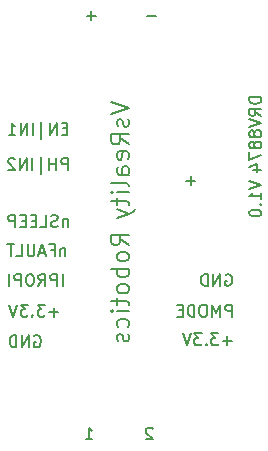
<source format=gbr>
%TF.GenerationSoftware,KiCad,Pcbnew,(7.0.0)*%
%TF.CreationDate,2023-03-21T16:51:35-07:00*%
%TF.ProjectId,DRV8874-breakout-board,44525638-3837-4342-9d62-7265616b6f75,rev?*%
%TF.SameCoordinates,Original*%
%TF.FileFunction,Legend,Bot*%
%TF.FilePolarity,Positive*%
%FSLAX46Y46*%
G04 Gerber Fmt 4.6, Leading zero omitted, Abs format (unit mm)*
G04 Created by KiCad (PCBNEW (7.0.0)) date 2023-03-21 16:51:35*
%MOMM*%
%LPD*%
G01*
G04 APERTURE LIST*
%ADD10C,0.150000*%
%ADD11C,0.180000*%
G04 APERTURE END LIST*
D10*
%TO.C,J102*%
X140009523Y-103667380D02*
X140009523Y-102667380D01*
X140009523Y-102667380D02*
X139628571Y-102667380D01*
X139628571Y-102667380D02*
X139533333Y-102715000D01*
X139533333Y-102715000D02*
X139485714Y-102762619D01*
X139485714Y-102762619D02*
X139438095Y-102857857D01*
X139438095Y-102857857D02*
X139438095Y-103000714D01*
X139438095Y-103000714D02*
X139485714Y-103095952D01*
X139485714Y-103095952D02*
X139533333Y-103143571D01*
X139533333Y-103143571D02*
X139628571Y-103191190D01*
X139628571Y-103191190D02*
X140009523Y-103191190D01*
X139009523Y-103667380D02*
X139009523Y-102667380D01*
X139009523Y-102667380D02*
X138676190Y-103381666D01*
X138676190Y-103381666D02*
X138342857Y-102667380D01*
X138342857Y-102667380D02*
X138342857Y-103667380D01*
X137676190Y-102667380D02*
X137485714Y-102667380D01*
X137485714Y-102667380D02*
X137390476Y-102715000D01*
X137390476Y-102715000D02*
X137295238Y-102810238D01*
X137295238Y-102810238D02*
X137247619Y-103000714D01*
X137247619Y-103000714D02*
X137247619Y-103334047D01*
X137247619Y-103334047D02*
X137295238Y-103524523D01*
X137295238Y-103524523D02*
X137390476Y-103619761D01*
X137390476Y-103619761D02*
X137485714Y-103667380D01*
X137485714Y-103667380D02*
X137676190Y-103667380D01*
X137676190Y-103667380D02*
X137771428Y-103619761D01*
X137771428Y-103619761D02*
X137866666Y-103524523D01*
X137866666Y-103524523D02*
X137914285Y-103334047D01*
X137914285Y-103334047D02*
X137914285Y-103000714D01*
X137914285Y-103000714D02*
X137866666Y-102810238D01*
X137866666Y-102810238D02*
X137771428Y-102715000D01*
X137771428Y-102715000D02*
X137676190Y-102667380D01*
X136819047Y-103667380D02*
X136819047Y-102667380D01*
X136819047Y-102667380D02*
X136580952Y-102667380D01*
X136580952Y-102667380D02*
X136438095Y-102715000D01*
X136438095Y-102715000D02*
X136342857Y-102810238D01*
X136342857Y-102810238D02*
X136295238Y-102905476D01*
X136295238Y-102905476D02*
X136247619Y-103095952D01*
X136247619Y-103095952D02*
X136247619Y-103238809D01*
X136247619Y-103238809D02*
X136295238Y-103429285D01*
X136295238Y-103429285D02*
X136342857Y-103524523D01*
X136342857Y-103524523D02*
X136438095Y-103619761D01*
X136438095Y-103619761D02*
X136580952Y-103667380D01*
X136580952Y-103667380D02*
X136819047Y-103667380D01*
X135819047Y-103143571D02*
X135485714Y-103143571D01*
X135342857Y-103667380D02*
X135819047Y-103667380D01*
X135819047Y-103667380D02*
X135819047Y-102667380D01*
X135819047Y-102667380D02*
X135342857Y-102667380D01*
D11*
X129751071Y-85520000D02*
X131251071Y-86020000D01*
X131251071Y-86020000D02*
X129751071Y-86520000D01*
X131179642Y-86948571D02*
X131251071Y-87091428D01*
X131251071Y-87091428D02*
X131251071Y-87377142D01*
X131251071Y-87377142D02*
X131179642Y-87519999D01*
X131179642Y-87519999D02*
X131036785Y-87591428D01*
X131036785Y-87591428D02*
X130965357Y-87591428D01*
X130965357Y-87591428D02*
X130822500Y-87519999D01*
X130822500Y-87519999D02*
X130751071Y-87377142D01*
X130751071Y-87377142D02*
X130751071Y-87162857D01*
X130751071Y-87162857D02*
X130679642Y-87019999D01*
X130679642Y-87019999D02*
X130536785Y-86948571D01*
X130536785Y-86948571D02*
X130465357Y-86948571D01*
X130465357Y-86948571D02*
X130322500Y-87019999D01*
X130322500Y-87019999D02*
X130251071Y-87162857D01*
X130251071Y-87162857D02*
X130251071Y-87377142D01*
X130251071Y-87377142D02*
X130322500Y-87519999D01*
X131251071Y-89091428D02*
X130536785Y-88591428D01*
X131251071Y-88234285D02*
X129751071Y-88234285D01*
X129751071Y-88234285D02*
X129751071Y-88805714D01*
X129751071Y-88805714D02*
X129822500Y-88948571D01*
X129822500Y-88948571D02*
X129893928Y-89020000D01*
X129893928Y-89020000D02*
X130036785Y-89091428D01*
X130036785Y-89091428D02*
X130251071Y-89091428D01*
X130251071Y-89091428D02*
X130393928Y-89020000D01*
X130393928Y-89020000D02*
X130465357Y-88948571D01*
X130465357Y-88948571D02*
X130536785Y-88805714D01*
X130536785Y-88805714D02*
X130536785Y-88234285D01*
X131179642Y-90305714D02*
X131251071Y-90162857D01*
X131251071Y-90162857D02*
X131251071Y-89877143D01*
X131251071Y-89877143D02*
X131179642Y-89734285D01*
X131179642Y-89734285D02*
X131036785Y-89662857D01*
X131036785Y-89662857D02*
X130465357Y-89662857D01*
X130465357Y-89662857D02*
X130322500Y-89734285D01*
X130322500Y-89734285D02*
X130251071Y-89877143D01*
X130251071Y-89877143D02*
X130251071Y-90162857D01*
X130251071Y-90162857D02*
X130322500Y-90305714D01*
X130322500Y-90305714D02*
X130465357Y-90377143D01*
X130465357Y-90377143D02*
X130608214Y-90377143D01*
X130608214Y-90377143D02*
X130751071Y-89662857D01*
X131251071Y-91662857D02*
X130465357Y-91662857D01*
X130465357Y-91662857D02*
X130322500Y-91591428D01*
X130322500Y-91591428D02*
X130251071Y-91448571D01*
X130251071Y-91448571D02*
X130251071Y-91162857D01*
X130251071Y-91162857D02*
X130322500Y-91019999D01*
X131179642Y-91662857D02*
X131251071Y-91519999D01*
X131251071Y-91519999D02*
X131251071Y-91162857D01*
X131251071Y-91162857D02*
X131179642Y-91019999D01*
X131179642Y-91019999D02*
X131036785Y-90948571D01*
X131036785Y-90948571D02*
X130893928Y-90948571D01*
X130893928Y-90948571D02*
X130751071Y-91019999D01*
X130751071Y-91019999D02*
X130679642Y-91162857D01*
X130679642Y-91162857D02*
X130679642Y-91519999D01*
X130679642Y-91519999D02*
X130608214Y-91662857D01*
X131251071Y-92591428D02*
X131179642Y-92448571D01*
X131179642Y-92448571D02*
X131036785Y-92377142D01*
X131036785Y-92377142D02*
X129751071Y-92377142D01*
X131251071Y-93162856D02*
X130251071Y-93162856D01*
X129751071Y-93162856D02*
X129822500Y-93091428D01*
X129822500Y-93091428D02*
X129893928Y-93162856D01*
X129893928Y-93162856D02*
X129822500Y-93234285D01*
X129822500Y-93234285D02*
X129751071Y-93162856D01*
X129751071Y-93162856D02*
X129893928Y-93162856D01*
X130251071Y-93662857D02*
X130251071Y-94234285D01*
X129751071Y-93877142D02*
X131036785Y-93877142D01*
X131036785Y-93877142D02*
X131179642Y-93948571D01*
X131179642Y-93948571D02*
X131251071Y-94091428D01*
X131251071Y-94091428D02*
X131251071Y-94234285D01*
X130251071Y-94591428D02*
X131251071Y-94948571D01*
X130251071Y-95305714D02*
X131251071Y-94948571D01*
X131251071Y-94948571D02*
X131608214Y-94805714D01*
X131608214Y-94805714D02*
X131679642Y-94734285D01*
X131679642Y-94734285D02*
X131751071Y-94591428D01*
X131251071Y-97634285D02*
X130536785Y-97134285D01*
X131251071Y-96777142D02*
X129751071Y-96777142D01*
X129751071Y-96777142D02*
X129751071Y-97348571D01*
X129751071Y-97348571D02*
X129822500Y-97491428D01*
X129822500Y-97491428D02*
X129893928Y-97562857D01*
X129893928Y-97562857D02*
X130036785Y-97634285D01*
X130036785Y-97634285D02*
X130251071Y-97634285D01*
X130251071Y-97634285D02*
X130393928Y-97562857D01*
X130393928Y-97562857D02*
X130465357Y-97491428D01*
X130465357Y-97491428D02*
X130536785Y-97348571D01*
X130536785Y-97348571D02*
X130536785Y-96777142D01*
X131251071Y-98491428D02*
X131179642Y-98348571D01*
X131179642Y-98348571D02*
X131108214Y-98277142D01*
X131108214Y-98277142D02*
X130965357Y-98205714D01*
X130965357Y-98205714D02*
X130536785Y-98205714D01*
X130536785Y-98205714D02*
X130393928Y-98277142D01*
X130393928Y-98277142D02*
X130322500Y-98348571D01*
X130322500Y-98348571D02*
X130251071Y-98491428D01*
X130251071Y-98491428D02*
X130251071Y-98705714D01*
X130251071Y-98705714D02*
X130322500Y-98848571D01*
X130322500Y-98848571D02*
X130393928Y-98920000D01*
X130393928Y-98920000D02*
X130536785Y-98991428D01*
X130536785Y-98991428D02*
X130965357Y-98991428D01*
X130965357Y-98991428D02*
X131108214Y-98920000D01*
X131108214Y-98920000D02*
X131179642Y-98848571D01*
X131179642Y-98848571D02*
X131251071Y-98705714D01*
X131251071Y-98705714D02*
X131251071Y-98491428D01*
X131251071Y-99634285D02*
X129751071Y-99634285D01*
X130322500Y-99634285D02*
X130251071Y-99777143D01*
X130251071Y-99777143D02*
X130251071Y-100062857D01*
X130251071Y-100062857D02*
X130322500Y-100205714D01*
X130322500Y-100205714D02*
X130393928Y-100277143D01*
X130393928Y-100277143D02*
X130536785Y-100348571D01*
X130536785Y-100348571D02*
X130965357Y-100348571D01*
X130965357Y-100348571D02*
X131108214Y-100277143D01*
X131108214Y-100277143D02*
X131179642Y-100205714D01*
X131179642Y-100205714D02*
X131251071Y-100062857D01*
X131251071Y-100062857D02*
X131251071Y-99777143D01*
X131251071Y-99777143D02*
X131179642Y-99634285D01*
X131251071Y-101205714D02*
X131179642Y-101062857D01*
X131179642Y-101062857D02*
X131108214Y-100991428D01*
X131108214Y-100991428D02*
X130965357Y-100920000D01*
X130965357Y-100920000D02*
X130536785Y-100920000D01*
X130536785Y-100920000D02*
X130393928Y-100991428D01*
X130393928Y-100991428D02*
X130322500Y-101062857D01*
X130322500Y-101062857D02*
X130251071Y-101205714D01*
X130251071Y-101205714D02*
X130251071Y-101420000D01*
X130251071Y-101420000D02*
X130322500Y-101562857D01*
X130322500Y-101562857D02*
X130393928Y-101634286D01*
X130393928Y-101634286D02*
X130536785Y-101705714D01*
X130536785Y-101705714D02*
X130965357Y-101705714D01*
X130965357Y-101705714D02*
X131108214Y-101634286D01*
X131108214Y-101634286D02*
X131179642Y-101562857D01*
X131179642Y-101562857D02*
X131251071Y-101420000D01*
X131251071Y-101420000D02*
X131251071Y-101205714D01*
X130251071Y-102134286D02*
X130251071Y-102705714D01*
X129751071Y-102348571D02*
X131036785Y-102348571D01*
X131036785Y-102348571D02*
X131179642Y-102420000D01*
X131179642Y-102420000D02*
X131251071Y-102562857D01*
X131251071Y-102562857D02*
X131251071Y-102705714D01*
X131251071Y-103205714D02*
X130251071Y-103205714D01*
X129751071Y-103205714D02*
X129822500Y-103134286D01*
X129822500Y-103134286D02*
X129893928Y-103205714D01*
X129893928Y-103205714D02*
X129822500Y-103277143D01*
X129822500Y-103277143D02*
X129751071Y-103205714D01*
X129751071Y-103205714D02*
X129893928Y-103205714D01*
X131179642Y-104562858D02*
X131251071Y-104420000D01*
X131251071Y-104420000D02*
X131251071Y-104134286D01*
X131251071Y-104134286D02*
X131179642Y-103991429D01*
X131179642Y-103991429D02*
X131108214Y-103920000D01*
X131108214Y-103920000D02*
X130965357Y-103848572D01*
X130965357Y-103848572D02*
X130536785Y-103848572D01*
X130536785Y-103848572D02*
X130393928Y-103920000D01*
X130393928Y-103920000D02*
X130322500Y-103991429D01*
X130322500Y-103991429D02*
X130251071Y-104134286D01*
X130251071Y-104134286D02*
X130251071Y-104420000D01*
X130251071Y-104420000D02*
X130322500Y-104562858D01*
X131179642Y-105134286D02*
X131251071Y-105277143D01*
X131251071Y-105277143D02*
X131251071Y-105562857D01*
X131251071Y-105562857D02*
X131179642Y-105705714D01*
X131179642Y-105705714D02*
X131036785Y-105777143D01*
X131036785Y-105777143D02*
X130965357Y-105777143D01*
X130965357Y-105777143D02*
X130822500Y-105705714D01*
X130822500Y-105705714D02*
X130751071Y-105562857D01*
X130751071Y-105562857D02*
X130751071Y-105348572D01*
X130751071Y-105348572D02*
X130679642Y-105205714D01*
X130679642Y-105205714D02*
X130536785Y-105134286D01*
X130536785Y-105134286D02*
X130465357Y-105134286D01*
X130465357Y-105134286D02*
X130322500Y-105205714D01*
X130322500Y-105205714D02*
X130251071Y-105348572D01*
X130251071Y-105348572D02*
X130251071Y-105562857D01*
X130251071Y-105562857D02*
X130322500Y-105705714D01*
D10*
X127614285Y-114067380D02*
X128185713Y-114067380D01*
X127899999Y-114067380D02*
X127899999Y-113067380D01*
X127899999Y-113067380D02*
X127995237Y-113210238D01*
X127995237Y-113210238D02*
X128090475Y-113305476D01*
X128090475Y-113305476D02*
X128185713Y-113353095D01*
X139461904Y-100135000D02*
X139557142Y-100087380D01*
X139557142Y-100087380D02*
X139699999Y-100087380D01*
X139699999Y-100087380D02*
X139842856Y-100135000D01*
X139842856Y-100135000D02*
X139938094Y-100230238D01*
X139938094Y-100230238D02*
X139985713Y-100325476D01*
X139985713Y-100325476D02*
X140033332Y-100515952D01*
X140033332Y-100515952D02*
X140033332Y-100658809D01*
X140033332Y-100658809D02*
X139985713Y-100849285D01*
X139985713Y-100849285D02*
X139938094Y-100944523D01*
X139938094Y-100944523D02*
X139842856Y-101039761D01*
X139842856Y-101039761D02*
X139699999Y-101087380D01*
X139699999Y-101087380D02*
X139604761Y-101087380D01*
X139604761Y-101087380D02*
X139461904Y-101039761D01*
X139461904Y-101039761D02*
X139414285Y-100992142D01*
X139414285Y-100992142D02*
X139414285Y-100658809D01*
X139414285Y-100658809D02*
X139604761Y-100658809D01*
X138985713Y-101087380D02*
X138985713Y-100087380D01*
X138985713Y-100087380D02*
X138414285Y-101087380D01*
X138414285Y-101087380D02*
X138414285Y-100087380D01*
X137938094Y-101087380D02*
X137938094Y-100087380D01*
X137938094Y-100087380D02*
X137699999Y-100087380D01*
X137699999Y-100087380D02*
X137557142Y-100135000D01*
X137557142Y-100135000D02*
X137461904Y-100230238D01*
X137461904Y-100230238D02*
X137414285Y-100325476D01*
X137414285Y-100325476D02*
X137366666Y-100515952D01*
X137366666Y-100515952D02*
X137366666Y-100658809D01*
X137366666Y-100658809D02*
X137414285Y-100849285D01*
X137414285Y-100849285D02*
X137461904Y-100944523D01*
X137461904Y-100944523D02*
X137557142Y-101039761D01*
X137557142Y-101039761D02*
X137699999Y-101087380D01*
X137699999Y-101087380D02*
X137938094Y-101087380D01*
X128480951Y-78186428D02*
X127719047Y-78186428D01*
X128099999Y-78567380D02*
X128099999Y-77805476D01*
X136880951Y-92186428D02*
X136119047Y-92186428D01*
X136499999Y-92567380D02*
X136499999Y-91805476D01*
X142467380Y-85105714D02*
X141467380Y-85105714D01*
X141467380Y-85105714D02*
X141467380Y-85343809D01*
X141467380Y-85343809D02*
X141515000Y-85486666D01*
X141515000Y-85486666D02*
X141610238Y-85581904D01*
X141610238Y-85581904D02*
X141705476Y-85629523D01*
X141705476Y-85629523D02*
X141895952Y-85677142D01*
X141895952Y-85677142D02*
X142038809Y-85677142D01*
X142038809Y-85677142D02*
X142229285Y-85629523D01*
X142229285Y-85629523D02*
X142324523Y-85581904D01*
X142324523Y-85581904D02*
X142419761Y-85486666D01*
X142419761Y-85486666D02*
X142467380Y-85343809D01*
X142467380Y-85343809D02*
X142467380Y-85105714D01*
X142467380Y-86677142D02*
X141991190Y-86343809D01*
X142467380Y-86105714D02*
X141467380Y-86105714D01*
X141467380Y-86105714D02*
X141467380Y-86486666D01*
X141467380Y-86486666D02*
X141515000Y-86581904D01*
X141515000Y-86581904D02*
X141562619Y-86629523D01*
X141562619Y-86629523D02*
X141657857Y-86677142D01*
X141657857Y-86677142D02*
X141800714Y-86677142D01*
X141800714Y-86677142D02*
X141895952Y-86629523D01*
X141895952Y-86629523D02*
X141943571Y-86581904D01*
X141943571Y-86581904D02*
X141991190Y-86486666D01*
X141991190Y-86486666D02*
X141991190Y-86105714D01*
X141467380Y-86962857D02*
X142467380Y-87296190D01*
X142467380Y-87296190D02*
X141467380Y-87629523D01*
X141895952Y-88105714D02*
X141848333Y-88010476D01*
X141848333Y-88010476D02*
X141800714Y-87962857D01*
X141800714Y-87962857D02*
X141705476Y-87915238D01*
X141705476Y-87915238D02*
X141657857Y-87915238D01*
X141657857Y-87915238D02*
X141562619Y-87962857D01*
X141562619Y-87962857D02*
X141515000Y-88010476D01*
X141515000Y-88010476D02*
X141467380Y-88105714D01*
X141467380Y-88105714D02*
X141467380Y-88296190D01*
X141467380Y-88296190D02*
X141515000Y-88391428D01*
X141515000Y-88391428D02*
X141562619Y-88439047D01*
X141562619Y-88439047D02*
X141657857Y-88486666D01*
X141657857Y-88486666D02*
X141705476Y-88486666D01*
X141705476Y-88486666D02*
X141800714Y-88439047D01*
X141800714Y-88439047D02*
X141848333Y-88391428D01*
X141848333Y-88391428D02*
X141895952Y-88296190D01*
X141895952Y-88296190D02*
X141895952Y-88105714D01*
X141895952Y-88105714D02*
X141943571Y-88010476D01*
X141943571Y-88010476D02*
X141991190Y-87962857D01*
X141991190Y-87962857D02*
X142086428Y-87915238D01*
X142086428Y-87915238D02*
X142276904Y-87915238D01*
X142276904Y-87915238D02*
X142372142Y-87962857D01*
X142372142Y-87962857D02*
X142419761Y-88010476D01*
X142419761Y-88010476D02*
X142467380Y-88105714D01*
X142467380Y-88105714D02*
X142467380Y-88296190D01*
X142467380Y-88296190D02*
X142419761Y-88391428D01*
X142419761Y-88391428D02*
X142372142Y-88439047D01*
X142372142Y-88439047D02*
X142276904Y-88486666D01*
X142276904Y-88486666D02*
X142086428Y-88486666D01*
X142086428Y-88486666D02*
X141991190Y-88439047D01*
X141991190Y-88439047D02*
X141943571Y-88391428D01*
X141943571Y-88391428D02*
X141895952Y-88296190D01*
X141895952Y-89058095D02*
X141848333Y-88962857D01*
X141848333Y-88962857D02*
X141800714Y-88915238D01*
X141800714Y-88915238D02*
X141705476Y-88867619D01*
X141705476Y-88867619D02*
X141657857Y-88867619D01*
X141657857Y-88867619D02*
X141562619Y-88915238D01*
X141562619Y-88915238D02*
X141515000Y-88962857D01*
X141515000Y-88962857D02*
X141467380Y-89058095D01*
X141467380Y-89058095D02*
X141467380Y-89248571D01*
X141467380Y-89248571D02*
X141515000Y-89343809D01*
X141515000Y-89343809D02*
X141562619Y-89391428D01*
X141562619Y-89391428D02*
X141657857Y-89439047D01*
X141657857Y-89439047D02*
X141705476Y-89439047D01*
X141705476Y-89439047D02*
X141800714Y-89391428D01*
X141800714Y-89391428D02*
X141848333Y-89343809D01*
X141848333Y-89343809D02*
X141895952Y-89248571D01*
X141895952Y-89248571D02*
X141895952Y-89058095D01*
X141895952Y-89058095D02*
X141943571Y-88962857D01*
X141943571Y-88962857D02*
X141991190Y-88915238D01*
X141991190Y-88915238D02*
X142086428Y-88867619D01*
X142086428Y-88867619D02*
X142276904Y-88867619D01*
X142276904Y-88867619D02*
X142372142Y-88915238D01*
X142372142Y-88915238D02*
X142419761Y-88962857D01*
X142419761Y-88962857D02*
X142467380Y-89058095D01*
X142467380Y-89058095D02*
X142467380Y-89248571D01*
X142467380Y-89248571D02*
X142419761Y-89343809D01*
X142419761Y-89343809D02*
X142372142Y-89391428D01*
X142372142Y-89391428D02*
X142276904Y-89439047D01*
X142276904Y-89439047D02*
X142086428Y-89439047D01*
X142086428Y-89439047D02*
X141991190Y-89391428D01*
X141991190Y-89391428D02*
X141943571Y-89343809D01*
X141943571Y-89343809D02*
X141895952Y-89248571D01*
X141467380Y-89772381D02*
X141467380Y-90439047D01*
X141467380Y-90439047D02*
X142467380Y-90010476D01*
X141800714Y-91248571D02*
X142467380Y-91248571D01*
X141419761Y-91010476D02*
X142134047Y-90772381D01*
X142134047Y-90772381D02*
X142134047Y-91391428D01*
X141467380Y-92229524D02*
X142467380Y-92562857D01*
X142467380Y-92562857D02*
X141467380Y-92896190D01*
X142467380Y-93753333D02*
X142467380Y-93181905D01*
X142467380Y-93467619D02*
X141467380Y-93467619D01*
X141467380Y-93467619D02*
X141610238Y-93372381D01*
X141610238Y-93372381D02*
X141705476Y-93277143D01*
X141705476Y-93277143D02*
X141753095Y-93181905D01*
X142372142Y-94181905D02*
X142419761Y-94229524D01*
X142419761Y-94229524D02*
X142467380Y-94181905D01*
X142467380Y-94181905D02*
X142419761Y-94134286D01*
X142419761Y-94134286D02*
X142372142Y-94181905D01*
X142372142Y-94181905D02*
X142467380Y-94181905D01*
X141467380Y-94848571D02*
X141467380Y-94943809D01*
X141467380Y-94943809D02*
X141515000Y-95039047D01*
X141515000Y-95039047D02*
X141562619Y-95086666D01*
X141562619Y-95086666D02*
X141657857Y-95134285D01*
X141657857Y-95134285D02*
X141848333Y-95181904D01*
X141848333Y-95181904D02*
X142086428Y-95181904D01*
X142086428Y-95181904D02*
X142276904Y-95134285D01*
X142276904Y-95134285D02*
X142372142Y-95086666D01*
X142372142Y-95086666D02*
X142419761Y-95039047D01*
X142419761Y-95039047D02*
X142467380Y-94943809D01*
X142467380Y-94943809D02*
X142467380Y-94848571D01*
X142467380Y-94848571D02*
X142419761Y-94753333D01*
X142419761Y-94753333D02*
X142372142Y-94705714D01*
X142372142Y-94705714D02*
X142276904Y-94658095D01*
X142276904Y-94658095D02*
X142086428Y-94610476D01*
X142086428Y-94610476D02*
X141848333Y-94610476D01*
X141848333Y-94610476D02*
X141657857Y-94658095D01*
X141657857Y-94658095D02*
X141562619Y-94705714D01*
X141562619Y-94705714D02*
X141515000Y-94753333D01*
X141515000Y-94753333D02*
X141467380Y-94848571D01*
X125880952Y-97900714D02*
X125880952Y-98567380D01*
X125880952Y-97995952D02*
X125833333Y-97948333D01*
X125833333Y-97948333D02*
X125738095Y-97900714D01*
X125738095Y-97900714D02*
X125595238Y-97900714D01*
X125595238Y-97900714D02*
X125500000Y-97948333D01*
X125500000Y-97948333D02*
X125452381Y-98043571D01*
X125452381Y-98043571D02*
X125452381Y-98567380D01*
X124642857Y-98043571D02*
X124976190Y-98043571D01*
X124976190Y-98567380D02*
X124976190Y-97567380D01*
X124976190Y-97567380D02*
X124500000Y-97567380D01*
X124166666Y-98281666D02*
X123690476Y-98281666D01*
X124261904Y-98567380D02*
X123928571Y-97567380D01*
X123928571Y-97567380D02*
X123595238Y-98567380D01*
X123261904Y-97567380D02*
X123261904Y-98376904D01*
X123261904Y-98376904D02*
X123214285Y-98472142D01*
X123214285Y-98472142D02*
X123166666Y-98519761D01*
X123166666Y-98519761D02*
X123071428Y-98567380D01*
X123071428Y-98567380D02*
X122880952Y-98567380D01*
X122880952Y-98567380D02*
X122785714Y-98519761D01*
X122785714Y-98519761D02*
X122738095Y-98472142D01*
X122738095Y-98472142D02*
X122690476Y-98376904D01*
X122690476Y-98376904D02*
X122690476Y-97567380D01*
X121738095Y-98567380D02*
X122214285Y-98567380D01*
X122214285Y-98567380D02*
X122214285Y-97567380D01*
X121547618Y-97567380D02*
X120976190Y-97567380D01*
X121261904Y-98567380D02*
X121261904Y-97567380D01*
X126099999Y-95400714D02*
X126099999Y-96067380D01*
X126099999Y-95495952D02*
X126052380Y-95448333D01*
X126052380Y-95448333D02*
X125957142Y-95400714D01*
X125957142Y-95400714D02*
X125814285Y-95400714D01*
X125814285Y-95400714D02*
X125719047Y-95448333D01*
X125719047Y-95448333D02*
X125671428Y-95543571D01*
X125671428Y-95543571D02*
X125671428Y-96067380D01*
X125242856Y-96019761D02*
X125099999Y-96067380D01*
X125099999Y-96067380D02*
X124861904Y-96067380D01*
X124861904Y-96067380D02*
X124766666Y-96019761D01*
X124766666Y-96019761D02*
X124719047Y-95972142D01*
X124719047Y-95972142D02*
X124671428Y-95876904D01*
X124671428Y-95876904D02*
X124671428Y-95781666D01*
X124671428Y-95781666D02*
X124719047Y-95686428D01*
X124719047Y-95686428D02*
X124766666Y-95638809D01*
X124766666Y-95638809D02*
X124861904Y-95591190D01*
X124861904Y-95591190D02*
X125052380Y-95543571D01*
X125052380Y-95543571D02*
X125147618Y-95495952D01*
X125147618Y-95495952D02*
X125195237Y-95448333D01*
X125195237Y-95448333D02*
X125242856Y-95353095D01*
X125242856Y-95353095D02*
X125242856Y-95257857D01*
X125242856Y-95257857D02*
X125195237Y-95162619D01*
X125195237Y-95162619D02*
X125147618Y-95115000D01*
X125147618Y-95115000D02*
X125052380Y-95067380D01*
X125052380Y-95067380D02*
X124814285Y-95067380D01*
X124814285Y-95067380D02*
X124671428Y-95115000D01*
X123766666Y-96067380D02*
X124242856Y-96067380D01*
X124242856Y-96067380D02*
X124242856Y-95067380D01*
X123433332Y-95543571D02*
X123099999Y-95543571D01*
X122957142Y-96067380D02*
X123433332Y-96067380D01*
X123433332Y-96067380D02*
X123433332Y-95067380D01*
X123433332Y-95067380D02*
X122957142Y-95067380D01*
X122528570Y-95543571D02*
X122195237Y-95543571D01*
X122052380Y-96067380D02*
X122528570Y-96067380D01*
X122528570Y-96067380D02*
X122528570Y-95067380D01*
X122528570Y-95067380D02*
X122052380Y-95067380D01*
X121623808Y-96067380D02*
X121623808Y-95067380D01*
X121623808Y-95067380D02*
X121242856Y-95067380D01*
X121242856Y-95067380D02*
X121147618Y-95115000D01*
X121147618Y-95115000D02*
X121099999Y-95162619D01*
X121099999Y-95162619D02*
X121052380Y-95257857D01*
X121052380Y-95257857D02*
X121052380Y-95400714D01*
X121052380Y-95400714D02*
X121099999Y-95495952D01*
X121099999Y-95495952D02*
X121147618Y-95543571D01*
X121147618Y-95543571D02*
X121242856Y-95591190D01*
X121242856Y-95591190D02*
X121623808Y-95591190D01*
X133580951Y-78186428D02*
X132819047Y-78186428D01*
X123261904Y-105315000D02*
X123357142Y-105267380D01*
X123357142Y-105267380D02*
X123499999Y-105267380D01*
X123499999Y-105267380D02*
X123642856Y-105315000D01*
X123642856Y-105315000D02*
X123738094Y-105410238D01*
X123738094Y-105410238D02*
X123785713Y-105505476D01*
X123785713Y-105505476D02*
X123833332Y-105695952D01*
X123833332Y-105695952D02*
X123833332Y-105838809D01*
X123833332Y-105838809D02*
X123785713Y-106029285D01*
X123785713Y-106029285D02*
X123738094Y-106124523D01*
X123738094Y-106124523D02*
X123642856Y-106219761D01*
X123642856Y-106219761D02*
X123499999Y-106267380D01*
X123499999Y-106267380D02*
X123404761Y-106267380D01*
X123404761Y-106267380D02*
X123261904Y-106219761D01*
X123261904Y-106219761D02*
X123214285Y-106172142D01*
X123214285Y-106172142D02*
X123214285Y-105838809D01*
X123214285Y-105838809D02*
X123404761Y-105838809D01*
X122785713Y-106267380D02*
X122785713Y-105267380D01*
X122785713Y-105267380D02*
X122214285Y-106267380D01*
X122214285Y-106267380D02*
X122214285Y-105267380D01*
X121738094Y-106267380D02*
X121738094Y-105267380D01*
X121738094Y-105267380D02*
X121499999Y-105267380D01*
X121499999Y-105267380D02*
X121357142Y-105315000D01*
X121357142Y-105315000D02*
X121261904Y-105410238D01*
X121261904Y-105410238D02*
X121214285Y-105505476D01*
X121214285Y-105505476D02*
X121166666Y-105695952D01*
X121166666Y-105695952D02*
X121166666Y-105838809D01*
X121166666Y-105838809D02*
X121214285Y-106029285D01*
X121214285Y-106029285D02*
X121261904Y-106124523D01*
X121261904Y-106124523D02*
X121357142Y-106219761D01*
X121357142Y-106219761D02*
X121499999Y-106267380D01*
X121499999Y-106267380D02*
X121738094Y-106267380D01*
X125299999Y-103286428D02*
X124538095Y-103286428D01*
X124919047Y-103667380D02*
X124919047Y-102905476D01*
X124157142Y-102667380D02*
X123538095Y-102667380D01*
X123538095Y-102667380D02*
X123871428Y-103048333D01*
X123871428Y-103048333D02*
X123728571Y-103048333D01*
X123728571Y-103048333D02*
X123633333Y-103095952D01*
X123633333Y-103095952D02*
X123585714Y-103143571D01*
X123585714Y-103143571D02*
X123538095Y-103238809D01*
X123538095Y-103238809D02*
X123538095Y-103476904D01*
X123538095Y-103476904D02*
X123585714Y-103572142D01*
X123585714Y-103572142D02*
X123633333Y-103619761D01*
X123633333Y-103619761D02*
X123728571Y-103667380D01*
X123728571Y-103667380D02*
X124014285Y-103667380D01*
X124014285Y-103667380D02*
X124109523Y-103619761D01*
X124109523Y-103619761D02*
X124157142Y-103572142D01*
X123109523Y-103572142D02*
X123061904Y-103619761D01*
X123061904Y-103619761D02*
X123109523Y-103667380D01*
X123109523Y-103667380D02*
X123157142Y-103619761D01*
X123157142Y-103619761D02*
X123109523Y-103572142D01*
X123109523Y-103572142D02*
X123109523Y-103667380D01*
X122728571Y-102667380D02*
X122109524Y-102667380D01*
X122109524Y-102667380D02*
X122442857Y-103048333D01*
X122442857Y-103048333D02*
X122300000Y-103048333D01*
X122300000Y-103048333D02*
X122204762Y-103095952D01*
X122204762Y-103095952D02*
X122157143Y-103143571D01*
X122157143Y-103143571D02*
X122109524Y-103238809D01*
X122109524Y-103238809D02*
X122109524Y-103476904D01*
X122109524Y-103476904D02*
X122157143Y-103572142D01*
X122157143Y-103572142D02*
X122204762Y-103619761D01*
X122204762Y-103619761D02*
X122300000Y-103667380D01*
X122300000Y-103667380D02*
X122585714Y-103667380D01*
X122585714Y-103667380D02*
X122680952Y-103619761D01*
X122680952Y-103619761D02*
X122728571Y-103572142D01*
X121823809Y-102667380D02*
X121490476Y-103667380D01*
X121490476Y-103667380D02*
X121157143Y-102667380D01*
X126099999Y-91267380D02*
X126099999Y-90267380D01*
X126099999Y-90267380D02*
X125719047Y-90267380D01*
X125719047Y-90267380D02*
X125623809Y-90315000D01*
X125623809Y-90315000D02*
X125576190Y-90362619D01*
X125576190Y-90362619D02*
X125528571Y-90457857D01*
X125528571Y-90457857D02*
X125528571Y-90600714D01*
X125528571Y-90600714D02*
X125576190Y-90695952D01*
X125576190Y-90695952D02*
X125623809Y-90743571D01*
X125623809Y-90743571D02*
X125719047Y-90791190D01*
X125719047Y-90791190D02*
X126099999Y-90791190D01*
X125099999Y-91267380D02*
X125099999Y-90267380D01*
X125099999Y-90743571D02*
X124528571Y-90743571D01*
X124528571Y-91267380D02*
X124528571Y-90267380D01*
X123814285Y-91600714D02*
X123814285Y-90172142D01*
X123099999Y-91267380D02*
X123099999Y-90267380D01*
X122623809Y-91267380D02*
X122623809Y-90267380D01*
X122623809Y-90267380D02*
X122052381Y-91267380D01*
X122052381Y-91267380D02*
X122052381Y-90267380D01*
X121623809Y-90362619D02*
X121576190Y-90315000D01*
X121576190Y-90315000D02*
X121480952Y-90267380D01*
X121480952Y-90267380D02*
X121242857Y-90267380D01*
X121242857Y-90267380D02*
X121147619Y-90315000D01*
X121147619Y-90315000D02*
X121100000Y-90362619D01*
X121100000Y-90362619D02*
X121052381Y-90457857D01*
X121052381Y-90457857D02*
X121052381Y-90553095D01*
X121052381Y-90553095D02*
X121100000Y-90695952D01*
X121100000Y-90695952D02*
X121671428Y-91267380D01*
X121671428Y-91267380D02*
X121052381Y-91267380D01*
X133285713Y-113162619D02*
X133238094Y-113115000D01*
X133238094Y-113115000D02*
X133142856Y-113067380D01*
X133142856Y-113067380D02*
X132904761Y-113067380D01*
X132904761Y-113067380D02*
X132809523Y-113115000D01*
X132809523Y-113115000D02*
X132761904Y-113162619D01*
X132761904Y-113162619D02*
X132714285Y-113257857D01*
X132714285Y-113257857D02*
X132714285Y-113353095D01*
X132714285Y-113353095D02*
X132761904Y-113495952D01*
X132761904Y-113495952D02*
X133333332Y-114067380D01*
X133333332Y-114067380D02*
X132714285Y-114067380D01*
X139999999Y-105706428D02*
X139238095Y-105706428D01*
X139619047Y-106087380D02*
X139619047Y-105325476D01*
X138857142Y-105087380D02*
X138238095Y-105087380D01*
X138238095Y-105087380D02*
X138571428Y-105468333D01*
X138571428Y-105468333D02*
X138428571Y-105468333D01*
X138428571Y-105468333D02*
X138333333Y-105515952D01*
X138333333Y-105515952D02*
X138285714Y-105563571D01*
X138285714Y-105563571D02*
X138238095Y-105658809D01*
X138238095Y-105658809D02*
X138238095Y-105896904D01*
X138238095Y-105896904D02*
X138285714Y-105992142D01*
X138285714Y-105992142D02*
X138333333Y-106039761D01*
X138333333Y-106039761D02*
X138428571Y-106087380D01*
X138428571Y-106087380D02*
X138714285Y-106087380D01*
X138714285Y-106087380D02*
X138809523Y-106039761D01*
X138809523Y-106039761D02*
X138857142Y-105992142D01*
X137809523Y-105992142D02*
X137761904Y-106039761D01*
X137761904Y-106039761D02*
X137809523Y-106087380D01*
X137809523Y-106087380D02*
X137857142Y-106039761D01*
X137857142Y-106039761D02*
X137809523Y-105992142D01*
X137809523Y-105992142D02*
X137809523Y-106087380D01*
X137428571Y-105087380D02*
X136809524Y-105087380D01*
X136809524Y-105087380D02*
X137142857Y-105468333D01*
X137142857Y-105468333D02*
X137000000Y-105468333D01*
X137000000Y-105468333D02*
X136904762Y-105515952D01*
X136904762Y-105515952D02*
X136857143Y-105563571D01*
X136857143Y-105563571D02*
X136809524Y-105658809D01*
X136809524Y-105658809D02*
X136809524Y-105896904D01*
X136809524Y-105896904D02*
X136857143Y-105992142D01*
X136857143Y-105992142D02*
X136904762Y-106039761D01*
X136904762Y-106039761D02*
X137000000Y-106087380D01*
X137000000Y-106087380D02*
X137285714Y-106087380D01*
X137285714Y-106087380D02*
X137380952Y-106039761D01*
X137380952Y-106039761D02*
X137428571Y-105992142D01*
X136523809Y-105087380D02*
X136190476Y-106087380D01*
X136190476Y-106087380D02*
X135857143Y-105087380D01*
X126052380Y-87743571D02*
X125719047Y-87743571D01*
X125576190Y-88267380D02*
X126052380Y-88267380D01*
X126052380Y-88267380D02*
X126052380Y-87267380D01*
X126052380Y-87267380D02*
X125576190Y-87267380D01*
X125147618Y-88267380D02*
X125147618Y-87267380D01*
X125147618Y-87267380D02*
X124576190Y-88267380D01*
X124576190Y-88267380D02*
X124576190Y-87267380D01*
X123861904Y-88600714D02*
X123861904Y-87172142D01*
X123147618Y-88267380D02*
X123147618Y-87267380D01*
X122671428Y-88267380D02*
X122671428Y-87267380D01*
X122671428Y-87267380D02*
X122100000Y-88267380D01*
X122100000Y-88267380D02*
X122100000Y-87267380D01*
X121100000Y-88267380D02*
X121671428Y-88267380D01*
X121385714Y-88267380D02*
X121385714Y-87267380D01*
X121385714Y-87267380D02*
X121480952Y-87410238D01*
X121480952Y-87410238D02*
X121576190Y-87505476D01*
X121576190Y-87505476D02*
X121671428Y-87553095D01*
X125661903Y-101067380D02*
X125661903Y-100067380D01*
X125185713Y-101067380D02*
X125185713Y-100067380D01*
X125185713Y-100067380D02*
X124804761Y-100067380D01*
X124804761Y-100067380D02*
X124709523Y-100115000D01*
X124709523Y-100115000D02*
X124661904Y-100162619D01*
X124661904Y-100162619D02*
X124614285Y-100257857D01*
X124614285Y-100257857D02*
X124614285Y-100400714D01*
X124614285Y-100400714D02*
X124661904Y-100495952D01*
X124661904Y-100495952D02*
X124709523Y-100543571D01*
X124709523Y-100543571D02*
X124804761Y-100591190D01*
X124804761Y-100591190D02*
X125185713Y-100591190D01*
X123614285Y-101067380D02*
X123947618Y-100591190D01*
X124185713Y-101067380D02*
X124185713Y-100067380D01*
X124185713Y-100067380D02*
X123804761Y-100067380D01*
X123804761Y-100067380D02*
X123709523Y-100115000D01*
X123709523Y-100115000D02*
X123661904Y-100162619D01*
X123661904Y-100162619D02*
X123614285Y-100257857D01*
X123614285Y-100257857D02*
X123614285Y-100400714D01*
X123614285Y-100400714D02*
X123661904Y-100495952D01*
X123661904Y-100495952D02*
X123709523Y-100543571D01*
X123709523Y-100543571D02*
X123804761Y-100591190D01*
X123804761Y-100591190D02*
X124185713Y-100591190D01*
X122995237Y-100067380D02*
X122804761Y-100067380D01*
X122804761Y-100067380D02*
X122709523Y-100115000D01*
X122709523Y-100115000D02*
X122614285Y-100210238D01*
X122614285Y-100210238D02*
X122566666Y-100400714D01*
X122566666Y-100400714D02*
X122566666Y-100734047D01*
X122566666Y-100734047D02*
X122614285Y-100924523D01*
X122614285Y-100924523D02*
X122709523Y-101019761D01*
X122709523Y-101019761D02*
X122804761Y-101067380D01*
X122804761Y-101067380D02*
X122995237Y-101067380D01*
X122995237Y-101067380D02*
X123090475Y-101019761D01*
X123090475Y-101019761D02*
X123185713Y-100924523D01*
X123185713Y-100924523D02*
X123233332Y-100734047D01*
X123233332Y-100734047D02*
X123233332Y-100400714D01*
X123233332Y-100400714D02*
X123185713Y-100210238D01*
X123185713Y-100210238D02*
X123090475Y-100115000D01*
X123090475Y-100115000D02*
X122995237Y-100067380D01*
X122138094Y-101067380D02*
X122138094Y-100067380D01*
X122138094Y-100067380D02*
X121757142Y-100067380D01*
X121757142Y-100067380D02*
X121661904Y-100115000D01*
X121661904Y-100115000D02*
X121614285Y-100162619D01*
X121614285Y-100162619D02*
X121566666Y-100257857D01*
X121566666Y-100257857D02*
X121566666Y-100400714D01*
X121566666Y-100400714D02*
X121614285Y-100495952D01*
X121614285Y-100495952D02*
X121661904Y-100543571D01*
X121661904Y-100543571D02*
X121757142Y-100591190D01*
X121757142Y-100591190D02*
X122138094Y-100591190D01*
X121138094Y-101067380D02*
X121138094Y-100067380D01*
%TD*%
M02*

</source>
